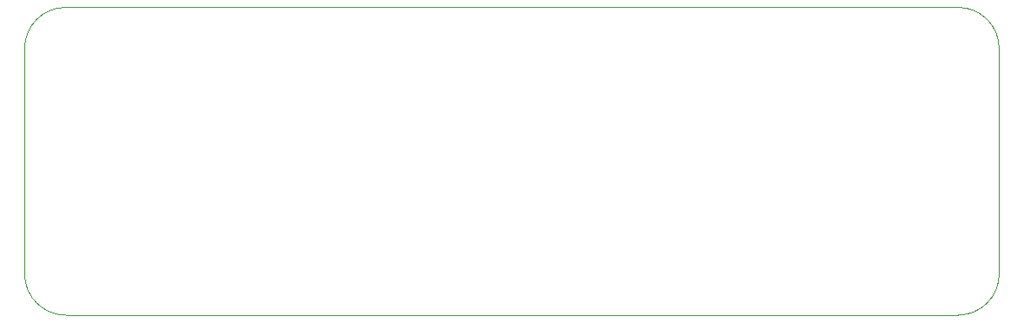
<source format=gbr>
G04 #@! TF.GenerationSoftware,KiCad,Pcbnew,6.0.6-3a73a75311~116~ubuntu22.04.1*
G04 #@! TF.CreationDate,2022-07-04T15:20:00+02:00*
G04 #@! TF.ProjectId,DccDecoder,44636344-6563-46f6-9465-722e6b696361,0.4.1*
G04 #@! TF.SameCoordinates,Original*
G04 #@! TF.FileFunction,Profile,NP*
%FSLAX46Y46*%
G04 Gerber Fmt 4.6, Leading zero omitted, Abs format (unit mm)*
G04 Created by KiCad (PCBNEW 6.0.6-3a73a75311~116~ubuntu22.04.1) date 2022-07-04 15:20:00*
%MOMM*%
%LPD*%
G01*
G04 APERTURE LIST*
G04 #@! TA.AperFunction,Profile*
%ADD10C,0.050000*%
G04 #@! TD*
G04 APERTURE END LIST*
D10*
X29000000Y-40000000D02*
G75*
G03*
X25000000Y-44000000I0J-4000000D01*
G01*
X120000000Y-44000000D02*
X120000000Y-66000000D01*
X116000000Y-70000000D02*
G75*
G03*
X120000000Y-66000000I0J4000000D01*
G01*
X25000000Y-66000000D02*
G75*
G03*
X29000000Y-70000000I4000000J0D01*
G01*
X25000000Y-66000000D02*
X25000000Y-44000000D01*
X116000000Y-70000000D02*
X29000000Y-70000000D01*
X120000000Y-44000000D02*
G75*
G03*
X116000000Y-40000000I-4000000J0D01*
G01*
X29000000Y-40000000D02*
X116000000Y-40000000D01*
M02*

</source>
